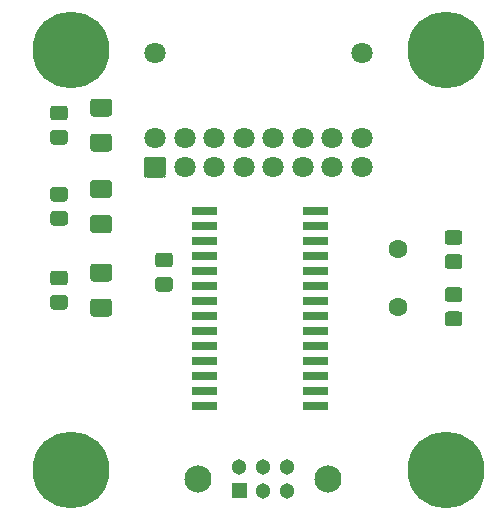
<source format=gts>
G04 #@! TF.GenerationSoftware,KiCad,Pcbnew,(5.1.9)-1*
G04 #@! TF.CreationDate,2021-04-06T12:11:00-06:00*
G04 #@! TF.ProjectId,fill_sensing,66696c6c-5f73-4656-9e73-696e672e6b69,rev?*
G04 #@! TF.SameCoordinates,Original*
G04 #@! TF.FileFunction,Soldermask,Top*
G04 #@! TF.FilePolarity,Negative*
%FSLAX46Y46*%
G04 Gerber Fmt 4.6, Leading zero omitted, Abs format (unit mm)*
G04 Created by KiCad (PCBNEW (5.1.9)-1) date 2021-04-06 12:11:00*
%MOMM*%
%LPD*%
G01*
G04 APERTURE LIST*
%ADD10C,6.502000*%
%ADD11C,1.802000*%
%ADD12C,1.302000*%
%ADD13C,2.302000*%
%ADD14C,1.602000*%
%ADD15C,0.100000*%
G04 APERTURE END LIST*
D10*
X136398000Y-68326000D03*
G36*
G01*
X112396000Y-79133000D02*
X111124000Y-79133000D01*
G75*
G02*
X110859000Y-78868000I0J265000D01*
G01*
X110859000Y-77596000D01*
G75*
G02*
X111124000Y-77331000I265000J0D01*
G01*
X112396000Y-77331000D01*
G75*
G02*
X112661000Y-77596000I0J-265000D01*
G01*
X112661000Y-78868000D01*
G75*
G02*
X112396000Y-79133000I-265000J0D01*
G01*
G37*
D11*
X114260000Y-78232000D03*
X116760000Y-78232000D03*
X119260000Y-78232000D03*
X121760000Y-78232000D03*
X124260000Y-78232000D03*
X126760000Y-78232000D03*
X129260000Y-78232000D03*
X111760000Y-75732000D03*
X114260000Y-75732000D03*
X116760000Y-75732000D03*
X119260000Y-75732000D03*
X121760000Y-75732000D03*
X124260000Y-75732000D03*
X126760000Y-75732000D03*
X129260000Y-75732000D03*
X111760000Y-68552000D03*
X129260000Y-68552000D03*
D10*
X104648000Y-103886000D03*
X136398000Y-103886000D03*
G36*
G01*
X126401000Y-98125000D02*
X126401000Y-98725000D01*
G75*
G02*
X126350000Y-98776000I-51000J0D01*
G01*
X124350000Y-98776000D01*
G75*
G02*
X124299000Y-98725000I0J51000D01*
G01*
X124299000Y-98125000D01*
G75*
G02*
X124350000Y-98074000I51000J0D01*
G01*
X126350000Y-98074000D01*
G75*
G02*
X126401000Y-98125000I0J-51000D01*
G01*
G37*
G36*
G01*
X126401000Y-96855000D02*
X126401000Y-97455000D01*
G75*
G02*
X126350000Y-97506000I-51000J0D01*
G01*
X124350000Y-97506000D01*
G75*
G02*
X124299000Y-97455000I0J51000D01*
G01*
X124299000Y-96855000D01*
G75*
G02*
X124350000Y-96804000I51000J0D01*
G01*
X126350000Y-96804000D01*
G75*
G02*
X126401000Y-96855000I0J-51000D01*
G01*
G37*
G36*
G01*
X126401000Y-95585000D02*
X126401000Y-96185000D01*
G75*
G02*
X126350000Y-96236000I-51000J0D01*
G01*
X124350000Y-96236000D01*
G75*
G02*
X124299000Y-96185000I0J51000D01*
G01*
X124299000Y-95585000D01*
G75*
G02*
X124350000Y-95534000I51000J0D01*
G01*
X126350000Y-95534000D01*
G75*
G02*
X126401000Y-95585000I0J-51000D01*
G01*
G37*
G36*
G01*
X126401000Y-94315000D02*
X126401000Y-94915000D01*
G75*
G02*
X126350000Y-94966000I-51000J0D01*
G01*
X124350000Y-94966000D01*
G75*
G02*
X124299000Y-94915000I0J51000D01*
G01*
X124299000Y-94315000D01*
G75*
G02*
X124350000Y-94264000I51000J0D01*
G01*
X126350000Y-94264000D01*
G75*
G02*
X126401000Y-94315000I0J-51000D01*
G01*
G37*
G36*
G01*
X126401000Y-93045000D02*
X126401000Y-93645000D01*
G75*
G02*
X126350000Y-93696000I-51000J0D01*
G01*
X124350000Y-93696000D01*
G75*
G02*
X124299000Y-93645000I0J51000D01*
G01*
X124299000Y-93045000D01*
G75*
G02*
X124350000Y-92994000I51000J0D01*
G01*
X126350000Y-92994000D01*
G75*
G02*
X126401000Y-93045000I0J-51000D01*
G01*
G37*
G36*
G01*
X126401000Y-91775000D02*
X126401000Y-92375000D01*
G75*
G02*
X126350000Y-92426000I-51000J0D01*
G01*
X124350000Y-92426000D01*
G75*
G02*
X124299000Y-92375000I0J51000D01*
G01*
X124299000Y-91775000D01*
G75*
G02*
X124350000Y-91724000I51000J0D01*
G01*
X126350000Y-91724000D01*
G75*
G02*
X126401000Y-91775000I0J-51000D01*
G01*
G37*
G36*
G01*
X126401000Y-90505000D02*
X126401000Y-91105000D01*
G75*
G02*
X126350000Y-91156000I-51000J0D01*
G01*
X124350000Y-91156000D01*
G75*
G02*
X124299000Y-91105000I0J51000D01*
G01*
X124299000Y-90505000D01*
G75*
G02*
X124350000Y-90454000I51000J0D01*
G01*
X126350000Y-90454000D01*
G75*
G02*
X126401000Y-90505000I0J-51000D01*
G01*
G37*
G36*
G01*
X126401000Y-89235000D02*
X126401000Y-89835000D01*
G75*
G02*
X126350000Y-89886000I-51000J0D01*
G01*
X124350000Y-89886000D01*
G75*
G02*
X124299000Y-89835000I0J51000D01*
G01*
X124299000Y-89235000D01*
G75*
G02*
X124350000Y-89184000I51000J0D01*
G01*
X126350000Y-89184000D01*
G75*
G02*
X126401000Y-89235000I0J-51000D01*
G01*
G37*
G36*
G01*
X126401000Y-87965000D02*
X126401000Y-88565000D01*
G75*
G02*
X126350000Y-88616000I-51000J0D01*
G01*
X124350000Y-88616000D01*
G75*
G02*
X124299000Y-88565000I0J51000D01*
G01*
X124299000Y-87965000D01*
G75*
G02*
X124350000Y-87914000I51000J0D01*
G01*
X126350000Y-87914000D01*
G75*
G02*
X126401000Y-87965000I0J-51000D01*
G01*
G37*
G36*
G01*
X126401000Y-86695000D02*
X126401000Y-87295000D01*
G75*
G02*
X126350000Y-87346000I-51000J0D01*
G01*
X124350000Y-87346000D01*
G75*
G02*
X124299000Y-87295000I0J51000D01*
G01*
X124299000Y-86695000D01*
G75*
G02*
X124350000Y-86644000I51000J0D01*
G01*
X126350000Y-86644000D01*
G75*
G02*
X126401000Y-86695000I0J-51000D01*
G01*
G37*
G36*
G01*
X126401000Y-85425000D02*
X126401000Y-86025000D01*
G75*
G02*
X126350000Y-86076000I-51000J0D01*
G01*
X124350000Y-86076000D01*
G75*
G02*
X124299000Y-86025000I0J51000D01*
G01*
X124299000Y-85425000D01*
G75*
G02*
X124350000Y-85374000I51000J0D01*
G01*
X126350000Y-85374000D01*
G75*
G02*
X126401000Y-85425000I0J-51000D01*
G01*
G37*
G36*
G01*
X126401000Y-84155000D02*
X126401000Y-84755000D01*
G75*
G02*
X126350000Y-84806000I-51000J0D01*
G01*
X124350000Y-84806000D01*
G75*
G02*
X124299000Y-84755000I0J51000D01*
G01*
X124299000Y-84155000D01*
G75*
G02*
X124350000Y-84104000I51000J0D01*
G01*
X126350000Y-84104000D01*
G75*
G02*
X126401000Y-84155000I0J-51000D01*
G01*
G37*
G36*
G01*
X126401000Y-82885000D02*
X126401000Y-83485000D01*
G75*
G02*
X126350000Y-83536000I-51000J0D01*
G01*
X124350000Y-83536000D01*
G75*
G02*
X124299000Y-83485000I0J51000D01*
G01*
X124299000Y-82885000D01*
G75*
G02*
X124350000Y-82834000I51000J0D01*
G01*
X126350000Y-82834000D01*
G75*
G02*
X126401000Y-82885000I0J-51000D01*
G01*
G37*
G36*
G01*
X126401000Y-81615000D02*
X126401000Y-82215000D01*
G75*
G02*
X126350000Y-82266000I-51000J0D01*
G01*
X124350000Y-82266000D01*
G75*
G02*
X124299000Y-82215000I0J51000D01*
G01*
X124299000Y-81615000D01*
G75*
G02*
X124350000Y-81564000I51000J0D01*
G01*
X126350000Y-81564000D01*
G75*
G02*
X126401000Y-81615000I0J-51000D01*
G01*
G37*
G36*
G01*
X117001000Y-81615000D02*
X117001000Y-82215000D01*
G75*
G02*
X116950000Y-82266000I-51000J0D01*
G01*
X114950000Y-82266000D01*
G75*
G02*
X114899000Y-82215000I0J51000D01*
G01*
X114899000Y-81615000D01*
G75*
G02*
X114950000Y-81564000I51000J0D01*
G01*
X116950000Y-81564000D01*
G75*
G02*
X117001000Y-81615000I0J-51000D01*
G01*
G37*
G36*
G01*
X117001000Y-82885000D02*
X117001000Y-83485000D01*
G75*
G02*
X116950000Y-83536000I-51000J0D01*
G01*
X114950000Y-83536000D01*
G75*
G02*
X114899000Y-83485000I0J51000D01*
G01*
X114899000Y-82885000D01*
G75*
G02*
X114950000Y-82834000I51000J0D01*
G01*
X116950000Y-82834000D01*
G75*
G02*
X117001000Y-82885000I0J-51000D01*
G01*
G37*
G36*
G01*
X117001000Y-84155000D02*
X117001000Y-84755000D01*
G75*
G02*
X116950000Y-84806000I-51000J0D01*
G01*
X114950000Y-84806000D01*
G75*
G02*
X114899000Y-84755000I0J51000D01*
G01*
X114899000Y-84155000D01*
G75*
G02*
X114950000Y-84104000I51000J0D01*
G01*
X116950000Y-84104000D01*
G75*
G02*
X117001000Y-84155000I0J-51000D01*
G01*
G37*
G36*
G01*
X117001000Y-85425000D02*
X117001000Y-86025000D01*
G75*
G02*
X116950000Y-86076000I-51000J0D01*
G01*
X114950000Y-86076000D01*
G75*
G02*
X114899000Y-86025000I0J51000D01*
G01*
X114899000Y-85425000D01*
G75*
G02*
X114950000Y-85374000I51000J0D01*
G01*
X116950000Y-85374000D01*
G75*
G02*
X117001000Y-85425000I0J-51000D01*
G01*
G37*
G36*
G01*
X117001000Y-86695000D02*
X117001000Y-87295000D01*
G75*
G02*
X116950000Y-87346000I-51000J0D01*
G01*
X114950000Y-87346000D01*
G75*
G02*
X114899000Y-87295000I0J51000D01*
G01*
X114899000Y-86695000D01*
G75*
G02*
X114950000Y-86644000I51000J0D01*
G01*
X116950000Y-86644000D01*
G75*
G02*
X117001000Y-86695000I0J-51000D01*
G01*
G37*
G36*
G01*
X117001000Y-87965000D02*
X117001000Y-88565000D01*
G75*
G02*
X116950000Y-88616000I-51000J0D01*
G01*
X114950000Y-88616000D01*
G75*
G02*
X114899000Y-88565000I0J51000D01*
G01*
X114899000Y-87965000D01*
G75*
G02*
X114950000Y-87914000I51000J0D01*
G01*
X116950000Y-87914000D01*
G75*
G02*
X117001000Y-87965000I0J-51000D01*
G01*
G37*
G36*
G01*
X117001000Y-89235000D02*
X117001000Y-89835000D01*
G75*
G02*
X116950000Y-89886000I-51000J0D01*
G01*
X114950000Y-89886000D01*
G75*
G02*
X114899000Y-89835000I0J51000D01*
G01*
X114899000Y-89235000D01*
G75*
G02*
X114950000Y-89184000I51000J0D01*
G01*
X116950000Y-89184000D01*
G75*
G02*
X117001000Y-89235000I0J-51000D01*
G01*
G37*
G36*
G01*
X117001000Y-90505000D02*
X117001000Y-91105000D01*
G75*
G02*
X116950000Y-91156000I-51000J0D01*
G01*
X114950000Y-91156000D01*
G75*
G02*
X114899000Y-91105000I0J51000D01*
G01*
X114899000Y-90505000D01*
G75*
G02*
X114950000Y-90454000I51000J0D01*
G01*
X116950000Y-90454000D01*
G75*
G02*
X117001000Y-90505000I0J-51000D01*
G01*
G37*
G36*
G01*
X117001000Y-91775000D02*
X117001000Y-92375000D01*
G75*
G02*
X116950000Y-92426000I-51000J0D01*
G01*
X114950000Y-92426000D01*
G75*
G02*
X114899000Y-92375000I0J51000D01*
G01*
X114899000Y-91775000D01*
G75*
G02*
X114950000Y-91724000I51000J0D01*
G01*
X116950000Y-91724000D01*
G75*
G02*
X117001000Y-91775000I0J-51000D01*
G01*
G37*
G36*
G01*
X117001000Y-93045000D02*
X117001000Y-93645000D01*
G75*
G02*
X116950000Y-93696000I-51000J0D01*
G01*
X114950000Y-93696000D01*
G75*
G02*
X114899000Y-93645000I0J51000D01*
G01*
X114899000Y-93045000D01*
G75*
G02*
X114950000Y-92994000I51000J0D01*
G01*
X116950000Y-92994000D01*
G75*
G02*
X117001000Y-93045000I0J-51000D01*
G01*
G37*
G36*
G01*
X117001000Y-94315000D02*
X117001000Y-94915000D01*
G75*
G02*
X116950000Y-94966000I-51000J0D01*
G01*
X114950000Y-94966000D01*
G75*
G02*
X114899000Y-94915000I0J51000D01*
G01*
X114899000Y-94315000D01*
G75*
G02*
X114950000Y-94264000I51000J0D01*
G01*
X116950000Y-94264000D01*
G75*
G02*
X117001000Y-94315000I0J-51000D01*
G01*
G37*
G36*
G01*
X117001000Y-95585000D02*
X117001000Y-96185000D01*
G75*
G02*
X116950000Y-96236000I-51000J0D01*
G01*
X114950000Y-96236000D01*
G75*
G02*
X114899000Y-96185000I0J51000D01*
G01*
X114899000Y-95585000D01*
G75*
G02*
X114950000Y-95534000I51000J0D01*
G01*
X116950000Y-95534000D01*
G75*
G02*
X117001000Y-95585000I0J-51000D01*
G01*
G37*
G36*
G01*
X117001000Y-96855000D02*
X117001000Y-97455000D01*
G75*
G02*
X116950000Y-97506000I-51000J0D01*
G01*
X114950000Y-97506000D01*
G75*
G02*
X114899000Y-97455000I0J51000D01*
G01*
X114899000Y-96855000D01*
G75*
G02*
X114950000Y-96804000I51000J0D01*
G01*
X116950000Y-96804000D01*
G75*
G02*
X117001000Y-96855000I0J-51000D01*
G01*
G37*
G36*
G01*
X117001000Y-98125000D02*
X117001000Y-98725000D01*
G75*
G02*
X116950000Y-98776000I-51000J0D01*
G01*
X114950000Y-98776000D01*
G75*
G02*
X114899000Y-98725000I0J51000D01*
G01*
X114899000Y-98125000D01*
G75*
G02*
X114950000Y-98074000I51000J0D01*
G01*
X116950000Y-98074000D01*
G75*
G02*
X117001000Y-98125000I0J-51000D01*
G01*
G37*
G36*
G01*
X113000828Y-88764000D02*
X112043172Y-88764000D01*
G75*
G02*
X111771000Y-88491828I0J272172D01*
G01*
X111771000Y-87784172D01*
G75*
G02*
X112043172Y-87512000I272172J0D01*
G01*
X113000828Y-87512000D01*
G75*
G02*
X113273000Y-87784172I0J-272172D01*
G01*
X113273000Y-88491828D01*
G75*
G02*
X113000828Y-88764000I-272172J0D01*
G01*
G37*
G36*
G01*
X113000828Y-86714000D02*
X112043172Y-86714000D01*
G75*
G02*
X111771000Y-86441828I0J272172D01*
G01*
X111771000Y-85734172D01*
G75*
G02*
X112043172Y-85462000I272172J0D01*
G01*
X113000828Y-85462000D01*
G75*
G02*
X113273000Y-85734172I0J-272172D01*
G01*
X113273000Y-86441828D01*
G75*
G02*
X113000828Y-86714000I-272172J0D01*
G01*
G37*
G36*
G01*
X106529894Y-82294500D02*
X107846106Y-82294500D01*
G75*
G02*
X108114000Y-82562394I0J-267894D01*
G01*
X108114000Y-83553606D01*
G75*
G02*
X107846106Y-83821500I-267894J0D01*
G01*
X106529894Y-83821500D01*
G75*
G02*
X106262000Y-83553606I0J267894D01*
G01*
X106262000Y-82562394D01*
G75*
G02*
X106529894Y-82294500I267894J0D01*
G01*
G37*
G36*
G01*
X106529894Y-79319500D02*
X107846106Y-79319500D01*
G75*
G02*
X108114000Y-79587394I0J-267894D01*
G01*
X108114000Y-80578606D01*
G75*
G02*
X107846106Y-80846500I-267894J0D01*
G01*
X106529894Y-80846500D01*
G75*
G02*
X106262000Y-80578606I0J267894D01*
G01*
X106262000Y-79587394D01*
G75*
G02*
X106529894Y-79319500I267894J0D01*
G01*
G37*
G36*
G01*
X106529894Y-72425000D02*
X107846106Y-72425000D01*
G75*
G02*
X108114000Y-72692894I0J-267894D01*
G01*
X108114000Y-73684106D01*
G75*
G02*
X107846106Y-73952000I-267894J0D01*
G01*
X106529894Y-73952000D01*
G75*
G02*
X106262000Y-73684106I0J267894D01*
G01*
X106262000Y-72692894D01*
G75*
G02*
X106529894Y-72425000I267894J0D01*
G01*
G37*
G36*
G01*
X106529894Y-75400000D02*
X107846106Y-75400000D01*
G75*
G02*
X108114000Y-75667894I0J-267894D01*
G01*
X108114000Y-76659106D01*
G75*
G02*
X107846106Y-76927000I-267894J0D01*
G01*
X106529894Y-76927000D01*
G75*
G02*
X106262000Y-76659106I0J267894D01*
G01*
X106262000Y-75667894D01*
G75*
G02*
X106529894Y-75400000I267894J0D01*
G01*
G37*
G36*
G01*
X106529894Y-86395000D02*
X107846106Y-86395000D01*
G75*
G02*
X108114000Y-86662894I0J-267894D01*
G01*
X108114000Y-87654106D01*
G75*
G02*
X107846106Y-87922000I-267894J0D01*
G01*
X106529894Y-87922000D01*
G75*
G02*
X106262000Y-87654106I0J267894D01*
G01*
X106262000Y-86662894D01*
G75*
G02*
X106529894Y-86395000I267894J0D01*
G01*
G37*
G36*
G01*
X106529894Y-89370000D02*
X107846106Y-89370000D01*
G75*
G02*
X108114000Y-89637894I0J-267894D01*
G01*
X108114000Y-90629106D01*
G75*
G02*
X107846106Y-90897000I-267894J0D01*
G01*
X106529894Y-90897000D01*
G75*
G02*
X106262000Y-90629106I0J267894D01*
G01*
X106262000Y-89637894D01*
G75*
G02*
X106529894Y-89370000I267894J0D01*
G01*
G37*
G36*
G01*
X103153172Y-75066000D02*
X104110828Y-75066000D01*
G75*
G02*
X104383000Y-75338172I0J-272172D01*
G01*
X104383000Y-76045828D01*
G75*
G02*
X104110828Y-76318000I-272172J0D01*
G01*
X103153172Y-76318000D01*
G75*
G02*
X102881000Y-76045828I0J272172D01*
G01*
X102881000Y-75338172D01*
G75*
G02*
X103153172Y-75066000I272172J0D01*
G01*
G37*
G36*
G01*
X103153172Y-73016000D02*
X104110828Y-73016000D01*
G75*
G02*
X104383000Y-73288172I0J-272172D01*
G01*
X104383000Y-73995828D01*
G75*
G02*
X104110828Y-74268000I-272172J0D01*
G01*
X103153172Y-74268000D01*
G75*
G02*
X102881000Y-73995828I0J272172D01*
G01*
X102881000Y-73288172D01*
G75*
G02*
X103153172Y-73016000I272172J0D01*
G01*
G37*
G36*
G01*
X103153172Y-79892000D02*
X104110828Y-79892000D01*
G75*
G02*
X104383000Y-80164172I0J-272172D01*
G01*
X104383000Y-80871828D01*
G75*
G02*
X104110828Y-81144000I-272172J0D01*
G01*
X103153172Y-81144000D01*
G75*
G02*
X102881000Y-80871828I0J272172D01*
G01*
X102881000Y-80164172D01*
G75*
G02*
X103153172Y-79892000I272172J0D01*
G01*
G37*
G36*
G01*
X103153172Y-81942000D02*
X104110828Y-81942000D01*
G75*
G02*
X104383000Y-82214172I0J-272172D01*
G01*
X104383000Y-82921828D01*
G75*
G02*
X104110828Y-83194000I-272172J0D01*
G01*
X103153172Y-83194000D01*
G75*
G02*
X102881000Y-82921828I0J272172D01*
G01*
X102881000Y-82214172D01*
G75*
G02*
X103153172Y-81942000I272172J0D01*
G01*
G37*
G36*
G01*
X103153172Y-89036000D02*
X104110828Y-89036000D01*
G75*
G02*
X104383000Y-89308172I0J-272172D01*
G01*
X104383000Y-90015828D01*
G75*
G02*
X104110828Y-90288000I-272172J0D01*
G01*
X103153172Y-90288000D01*
G75*
G02*
X102881000Y-90015828I0J272172D01*
G01*
X102881000Y-89308172D01*
G75*
G02*
X103153172Y-89036000I272172J0D01*
G01*
G37*
G36*
G01*
X103153172Y-86986000D02*
X104110828Y-86986000D01*
G75*
G02*
X104383000Y-87258172I0J-272172D01*
G01*
X104383000Y-87965828D01*
G75*
G02*
X104110828Y-88238000I-272172J0D01*
G01*
X103153172Y-88238000D01*
G75*
G02*
X102881000Y-87965828I0J272172D01*
G01*
X102881000Y-87258172D01*
G75*
G02*
X103153172Y-86986000I272172J0D01*
G01*
G37*
D12*
X120904000Y-105632000D03*
G36*
G01*
X118253000Y-106232001D02*
X118253000Y-105031999D01*
G75*
G02*
X118303999Y-104981000I50999J0D01*
G01*
X119504001Y-104981000D01*
G75*
G02*
X119555000Y-105031999I0J-50999D01*
G01*
X119555000Y-106232001D01*
G75*
G02*
X119504001Y-106283000I-50999J0D01*
G01*
X118303999Y-106283000D01*
G75*
G02*
X118253000Y-106232001I0J50999D01*
G01*
G37*
X122904000Y-105632000D03*
X122904000Y-103632000D03*
X120904000Y-103632000D03*
X118904000Y-103632000D03*
D13*
X126404000Y-104632000D03*
X115404000Y-104632000D03*
G36*
G01*
X136554172Y-90451000D02*
X137511828Y-90451000D01*
G75*
G02*
X137784000Y-90723172I0J-272172D01*
G01*
X137784000Y-91430828D01*
G75*
G02*
X137511828Y-91703000I-272172J0D01*
G01*
X136554172Y-91703000D01*
G75*
G02*
X136282000Y-91430828I0J272172D01*
G01*
X136282000Y-90723172D01*
G75*
G02*
X136554172Y-90451000I272172J0D01*
G01*
G37*
G36*
G01*
X136554172Y-88401000D02*
X137511828Y-88401000D01*
G75*
G02*
X137784000Y-88673172I0J-272172D01*
G01*
X137784000Y-89380828D01*
G75*
G02*
X137511828Y-89653000I-272172J0D01*
G01*
X136554172Y-89653000D01*
G75*
G02*
X136282000Y-89380828I0J272172D01*
G01*
X136282000Y-88673172D01*
G75*
G02*
X136554172Y-88401000I272172J0D01*
G01*
G37*
G36*
G01*
X137511828Y-86859000D02*
X136554172Y-86859000D01*
G75*
G02*
X136282000Y-86586828I0J272172D01*
G01*
X136282000Y-85879172D01*
G75*
G02*
X136554172Y-85607000I272172J0D01*
G01*
X137511828Y-85607000D01*
G75*
G02*
X137784000Y-85879172I0J-272172D01*
G01*
X137784000Y-86586828D01*
G75*
G02*
X137511828Y-86859000I-272172J0D01*
G01*
G37*
G36*
G01*
X137511828Y-84809000D02*
X136554172Y-84809000D01*
G75*
G02*
X136282000Y-84536828I0J272172D01*
G01*
X136282000Y-83829172D01*
G75*
G02*
X136554172Y-83557000I272172J0D01*
G01*
X137511828Y-83557000D01*
G75*
G02*
X137784000Y-83829172I0J-272172D01*
G01*
X137784000Y-84536828D01*
G75*
G02*
X137511828Y-84809000I-272172J0D01*
G01*
G37*
D14*
X132334000Y-90043000D03*
X132334000Y-85163000D03*
D10*
X104648000Y-68326000D03*
D15*
G36*
X110860990Y-78867804D02*
G01*
X110866062Y-78919304D01*
X110881029Y-78968642D01*
X110905332Y-79014110D01*
X110938038Y-79053962D01*
X110977890Y-79086668D01*
X111023358Y-79110971D01*
X111072696Y-79125938D01*
X111124196Y-79131010D01*
X111125822Y-79132175D01*
X111125626Y-79134165D01*
X111124000Y-79135000D01*
X111041903Y-79135000D01*
X111041707Y-79134990D01*
X111001204Y-79131001D01*
X111000819Y-79130925D01*
X110967767Y-79120899D01*
X110967405Y-79120749D01*
X110936954Y-79104472D01*
X110936628Y-79104254D01*
X110909932Y-79082345D01*
X110909655Y-79082068D01*
X110887746Y-79055372D01*
X110887528Y-79055046D01*
X110871251Y-79024595D01*
X110871101Y-79024233D01*
X110861075Y-78991181D01*
X110860999Y-78990796D01*
X110857010Y-78950293D01*
X110857000Y-78950097D01*
X110857000Y-78868000D01*
X110858000Y-78866268D01*
X110860000Y-78866268D01*
X110860990Y-78867804D01*
G37*
G36*
X112662165Y-78866374D02*
G01*
X112663000Y-78868000D01*
X112663000Y-78950097D01*
X112662990Y-78950293D01*
X112659001Y-78990796D01*
X112658925Y-78991181D01*
X112648899Y-79024233D01*
X112648749Y-79024595D01*
X112632472Y-79055046D01*
X112632254Y-79055372D01*
X112610345Y-79082068D01*
X112610068Y-79082345D01*
X112583372Y-79104254D01*
X112583046Y-79104472D01*
X112552595Y-79120749D01*
X112552233Y-79120899D01*
X112519181Y-79130925D01*
X112518796Y-79131001D01*
X112478293Y-79134990D01*
X112478097Y-79135000D01*
X112396000Y-79135000D01*
X112394268Y-79134000D01*
X112394268Y-79132000D01*
X112395804Y-79131010D01*
X112447304Y-79125938D01*
X112496642Y-79110971D01*
X112542110Y-79086668D01*
X112581962Y-79053962D01*
X112614668Y-79014110D01*
X112638971Y-78968642D01*
X112653938Y-78919304D01*
X112659010Y-78867804D01*
X112660175Y-78866178D01*
X112662165Y-78866374D01*
G37*
G36*
X111125732Y-77330000D02*
G01*
X111125732Y-77332000D01*
X111124196Y-77332990D01*
X111072696Y-77338062D01*
X111023358Y-77353029D01*
X110977890Y-77377332D01*
X110938038Y-77410038D01*
X110905332Y-77449890D01*
X110881029Y-77495358D01*
X110866062Y-77544696D01*
X110860990Y-77596196D01*
X110859825Y-77597822D01*
X110857835Y-77597626D01*
X110857000Y-77596000D01*
X110857000Y-77513903D01*
X110857010Y-77513707D01*
X110860999Y-77473204D01*
X110861075Y-77472819D01*
X110871101Y-77439767D01*
X110871251Y-77439405D01*
X110887528Y-77408954D01*
X110887746Y-77408628D01*
X110909655Y-77381932D01*
X110909932Y-77381655D01*
X110936628Y-77359746D01*
X110936954Y-77359528D01*
X110967405Y-77343251D01*
X110967767Y-77343101D01*
X111000819Y-77333075D01*
X111001204Y-77332999D01*
X111041707Y-77329010D01*
X111041903Y-77329000D01*
X111124000Y-77329000D01*
X111125732Y-77330000D01*
G37*
G36*
X112478293Y-77329010D02*
G01*
X112518796Y-77332999D01*
X112519181Y-77333075D01*
X112552233Y-77343101D01*
X112552595Y-77343251D01*
X112583046Y-77359528D01*
X112583372Y-77359746D01*
X112610068Y-77381655D01*
X112610345Y-77381932D01*
X112632254Y-77408628D01*
X112632472Y-77408954D01*
X112648749Y-77439405D01*
X112648899Y-77439767D01*
X112658925Y-77472819D01*
X112659001Y-77473204D01*
X112662990Y-77513707D01*
X112663000Y-77513903D01*
X112663000Y-77596000D01*
X112662000Y-77597732D01*
X112660000Y-77597732D01*
X112659010Y-77596196D01*
X112653938Y-77544696D01*
X112638971Y-77495358D01*
X112614668Y-77449890D01*
X112581962Y-77410038D01*
X112542110Y-77377332D01*
X112496642Y-77353029D01*
X112447304Y-77338062D01*
X112395804Y-77332990D01*
X112394178Y-77331825D01*
X112394374Y-77329835D01*
X112396000Y-77329000D01*
X112478097Y-77329000D01*
X112478293Y-77329010D01*
G37*
M02*

</source>
